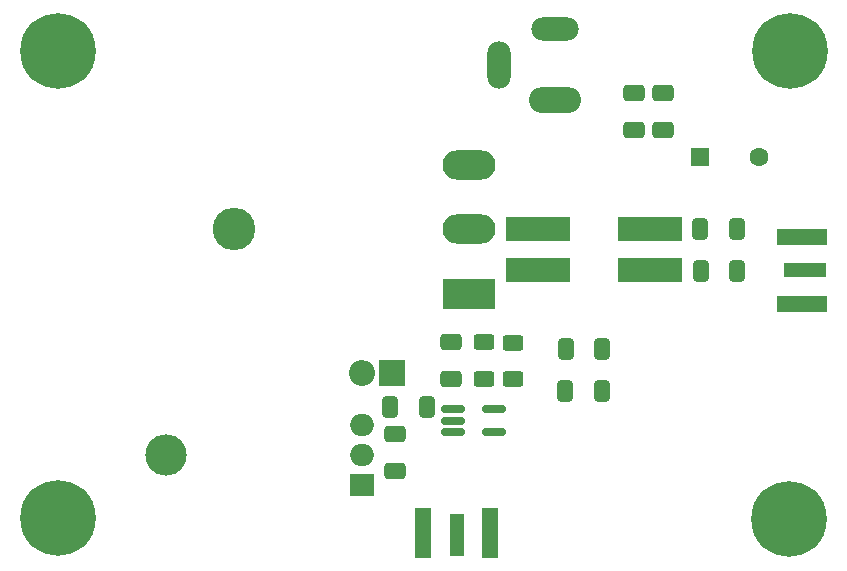
<source format=gbr>
%TF.GenerationSoftware,KiCad,Pcbnew,8.99.0-unknown-8ec1016ccf~178~ubuntu22.04.1*%
%TF.CreationDate,2024-05-09T20:44:09+05:30*%
%TF.ProjectId,HF-PA-v10,48462d50-412d-4763-9130-2e6b69636164,rev?*%
%TF.SameCoordinates,Original*%
%TF.FileFunction,Soldermask,Top*%
%TF.FilePolarity,Negative*%
%FSLAX46Y46*%
G04 Gerber Fmt 4.6, Leading zero omitted, Abs format (unit mm)*
G04 Created by KiCad (PCBNEW 8.99.0-unknown-8ec1016ccf~178~ubuntu22.04.1) date 2024-05-09 20:44:09*
%MOMM*%
%LPD*%
G01*
G04 APERTURE LIST*
G04 Aperture macros list*
%AMRoundRect*
0 Rectangle with rounded corners*
0 $1 Rounding radius*
0 $2 $3 $4 $5 $6 $7 $8 $9 X,Y pos of 4 corners*
0 Add a 4 corners polygon primitive as box body*
4,1,4,$2,$3,$4,$5,$6,$7,$8,$9,$2,$3,0*
0 Add four circle primitives for the rounded corners*
1,1,$1+$1,$2,$3*
1,1,$1+$1,$4,$5*
1,1,$1+$1,$6,$7*
1,1,$1+$1,$8,$9*
0 Add four rect primitives between the rounded corners*
20,1,$1+$1,$2,$3,$4,$5,0*
20,1,$1+$1,$4,$5,$6,$7,0*
20,1,$1+$1,$6,$7,$8,$9,0*
20,1,$1+$1,$8,$9,$2,$3,0*%
G04 Aperture macros list end*
%ADD10C,0.800000*%
%ADD11C,6.400000*%
%ADD12R,3.600000X1.270000*%
%ADD13R,4.200000X1.350000*%
%ADD14RoundRect,0.250000X-0.412500X-0.650000X0.412500X-0.650000X0.412500X0.650000X-0.412500X0.650000X0*%
%ADD15O,4.400000X2.200000*%
%ADD16O,4.000000X2.000000*%
%ADD17O,2.000000X4.000000*%
%ADD18RoundRect,0.250000X0.650000X-0.412500X0.650000X0.412500X-0.650000X0.412500X-0.650000X-0.412500X0*%
%ADD19O,3.500000X3.500000*%
%ADD20R,2.000000X1.905000*%
%ADD21O,2.000000X1.905000*%
%ADD22R,1.270000X3.600000*%
%ADD23R,1.350000X4.200000*%
%ADD24O,3.600000X3.600000*%
%ADD25R,4.500000X2.500000*%
%ADD26O,4.500000X2.500000*%
%ADD27RoundRect,0.250000X0.412500X0.650000X-0.412500X0.650000X-0.412500X-0.650000X0.412500X-0.650000X0*%
%ADD28R,2.200000X2.200000*%
%ADD29O,2.200000X2.200000*%
%ADD30RoundRect,0.162500X-0.837500X-0.162500X0.837500X-0.162500X0.837500X0.162500X-0.837500X0.162500X0*%
%ADD31R,1.600000X1.600000*%
%ADD32C,1.600000*%
%ADD33R,5.500000X2.150000*%
%ADD34RoundRect,0.250000X-0.650000X0.412500X-0.650000X-0.412500X0.650000X-0.412500X0.650000X0.412500X0*%
%ADD35RoundRect,0.250000X-0.625000X0.400000X-0.625000X-0.400000X0.625000X-0.400000X0.625000X0.400000X0*%
G04 APERTURE END LIST*
D10*
%TO.C,H3*%
X139400000Y-105720000D03*
X140102944Y-104022944D03*
X140102944Y-107417056D03*
X141800000Y-103320000D03*
D11*
X141800000Y-105720000D03*
D10*
X141800000Y-108120000D03*
X143497056Y-104022944D03*
X143497056Y-107417056D03*
X144200000Y-105720000D03*
%TD*%
D12*
%TO.C,RF_OUT1*%
X205007500Y-84720000D03*
D13*
X204807500Y-87545000D03*
X204807500Y-81895000D03*
%TD*%
D14*
%TO.C,C12*%
X184757500Y-94920000D03*
X187882500Y-94920000D03*
%TD*%
D15*
%TO.C,Power1*%
X183850000Y-70312500D03*
D16*
X183850000Y-64312500D03*
D17*
X179150000Y-67312500D03*
%TD*%
D14*
%TO.C,C9*%
X169887500Y-96320000D03*
X173012500Y-96320000D03*
%TD*%
D18*
%TO.C,C4*%
X175110000Y-93962500D03*
X175110000Y-90837500D03*
%TD*%
D10*
%TO.C,H4*%
X201300000Y-105790000D03*
X202002944Y-104092944D03*
X202002944Y-107487056D03*
X203700000Y-103390000D03*
D11*
X203700000Y-105790000D03*
D10*
X203700000Y-108190000D03*
X205397056Y-104092944D03*
X205397056Y-107487056D03*
X206100000Y-105790000D03*
%TD*%
D19*
%TO.C,U3*%
X150920000Y-100390000D03*
D20*
X167580000Y-102930000D03*
D21*
X167580000Y-100390000D03*
X167580000Y-97850000D03*
%TD*%
D14*
%TO.C,C1*%
X196177500Y-81260000D03*
X199302500Y-81260000D03*
%TD*%
D22*
%TO.C,RF_IN1*%
X175570000Y-107140000D03*
D23*
X172745000Y-106940000D03*
X178395000Y-106940000D03*
%TD*%
D24*
%TO.C,Q1*%
X156740000Y-81270000D03*
D25*
X176600000Y-86720000D03*
D26*
X176600000Y-81270000D03*
X176600000Y-75820000D03*
%TD*%
D27*
%TO.C,C3*%
X199330000Y-84750000D03*
X196205000Y-84750000D03*
%TD*%
D28*
%TO.C,D1*%
X170110000Y-93430000D03*
D29*
X167570000Y-93430000D03*
%TD*%
D30*
%TO.C,U2*%
X175270000Y-96512500D03*
X175270000Y-97462500D03*
X175270000Y-98412500D03*
X178690000Y-98412500D03*
X178690000Y-96512500D03*
%TD*%
D31*
%TO.C,C6*%
X196187349Y-75180000D03*
D32*
X201187349Y-75180000D03*
%TD*%
D33*
%TO.C,T1*%
X182460000Y-81275000D03*
X182460000Y-84705000D03*
X191960000Y-84705000D03*
X191960000Y-81275000D03*
%TD*%
D10*
%TO.C,H1*%
X139430000Y-66200000D03*
X140132944Y-64502944D03*
X140132944Y-67897056D03*
X141830000Y-63800000D03*
D11*
X141830000Y-66200000D03*
D10*
X141830000Y-68600000D03*
X143527056Y-64502944D03*
X143527056Y-67897056D03*
X144230000Y-66200000D03*
%TD*%
D18*
%TO.C,C5*%
X193040000Y-72862500D03*
X193040000Y-69737500D03*
%TD*%
D34*
%TO.C,C8*%
X170340000Y-98597500D03*
X170340000Y-101722500D03*
%TD*%
D18*
%TO.C,C10*%
X190550000Y-72862500D03*
X190550000Y-69737500D03*
%TD*%
D10*
%TO.C,H2*%
X201352944Y-66177944D03*
X202055888Y-64480888D03*
X202055888Y-67875000D03*
X203752944Y-63777944D03*
D11*
X203752944Y-66177944D03*
D10*
X203752944Y-68577944D03*
X205450000Y-64480888D03*
X205450000Y-67875000D03*
X206152944Y-66177944D03*
%TD*%
D35*
%TO.C,R2*%
X177860000Y-90840000D03*
X177860000Y-93940000D03*
%TD*%
%TO.C,R3*%
X180300000Y-90870000D03*
X180300000Y-93970000D03*
%TD*%
D14*
%TO.C,C2*%
X184770000Y-91410000D03*
X187895000Y-91410000D03*
%TD*%
M02*

</source>
